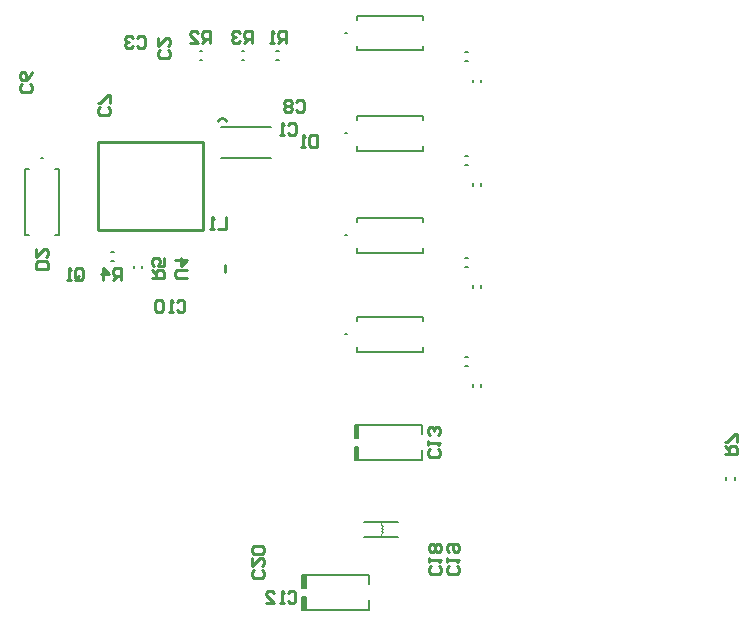
<source format=gbo>
G04*
G04 #@! TF.GenerationSoftware,Altium Limited,Altium Designer,20.1.12 (249)*
G04*
G04 Layer_Color=32896*
%FSLAX25Y25*%
%MOIN*%
G70*
G04*
G04 #@! TF.SameCoordinates,4DEFB819-F1CA-47B0-AC9B-A980181B1EFC*
G04*
G04*
G04 #@! TF.FilePolarity,Positive*
G04*
G01*
G75*
%ADD10C,0.00394*%
%ADD11C,0.00787*%
%ADD12C,0.01000*%
%ADD15C,0.00591*%
%ADD16C,0.00500*%
G36*
X218209Y144002D02*
Y139671D01*
X219390D01*
Y144002D01*
X218209D01*
D02*
G37*
G36*
X218189Y147075D02*
Y151406D01*
X219370D01*
Y147075D01*
X218189D01*
D02*
G37*
G36*
X235709Y194002D02*
Y189671D01*
X236890D01*
Y194002D01*
X235709D01*
D02*
G37*
G36*
X235689Y197075D02*
Y201406D01*
X236870D01*
Y197075D01*
X235689D01*
D02*
G37*
D10*
X244500Y167000D02*
X245000Y167500D01*
X244500Y168000D01*
Y165000D02*
X245000Y165500D01*
X244500Y166000D01*
X245000Y166500D01*
X244500Y167000D01*
Y168000D02*
Y168862D01*
Y164138D02*
Y165000D01*
D11*
X233130Y332000D02*
X232343D01*
X233130D01*
X131894Y290264D02*
X131106D01*
X131894D01*
X233130Y298500D02*
X232343D01*
X233130D01*
Y264500D02*
X232343D01*
X233130D01*
Y231500D02*
X232343D01*
X233130D01*
X275024Y214106D02*
Y214894D01*
X277976Y214106D02*
Y214894D01*
X362476Y183106D02*
Y183894D01*
X359524Y183106D02*
Y183894D01*
X162024Y253606D02*
Y254394D01*
X164976Y253606D02*
Y254394D01*
X154606Y258976D02*
X155394D01*
X154606Y256024D02*
X155394D01*
X184106Y323024D02*
X184894D01*
X184106Y325976D02*
X184894D01*
X209606D02*
X210394D01*
X209606Y323024D02*
X210394D01*
X198106Y325976D02*
X198894D01*
X198106Y323024D02*
X198894D01*
X258130Y198256D02*
Y201406D01*
X236870D02*
X258130D01*
X236870Y197075D02*
Y201406D01*
X235689Y197075D02*
X236870D01*
X235689D02*
Y201406D01*
X236870D01*
X258150Y189671D02*
Y192821D01*
X236890Y189671D02*
X258150D01*
X236890D02*
Y194002D01*
X235709D02*
X236890D01*
X235709Y189671D02*
Y194002D01*
Y189671D02*
X236890D01*
X240630Y148256D02*
Y151406D01*
X219370D02*
X240630D01*
X219370Y147075D02*
Y151406D01*
X218189Y147075D02*
X219370D01*
X218189D02*
Y151406D01*
X219370D01*
X240650Y139671D02*
Y142821D01*
X219390Y139671D02*
X240650D01*
X219390D02*
Y144002D01*
X218209D02*
X219390D01*
X218209Y139671D02*
Y144002D01*
Y139671D02*
X219390D01*
X272606Y290976D02*
X273394D01*
X272606Y288024D02*
X273394D01*
X272606Y325476D02*
X273394D01*
X272606Y322524D02*
X273394D01*
X272606Y256976D02*
X273394D01*
X272606Y254024D02*
X273394D01*
X275024Y247106D02*
Y247894D01*
X277976Y247106D02*
Y247894D01*
X275024Y281106D02*
Y281894D01*
X277976Y281106D02*
Y281894D01*
X275024Y315606D02*
Y316394D01*
X277976Y315606D02*
Y316394D01*
X272606Y223976D02*
X273394D01*
X272606Y221024D02*
X273394D01*
D12*
X192750Y302500D02*
X192384Y303384D01*
X191500Y303750D01*
X190616Y303384D01*
X190250Y302500D01*
X150000Y295700D02*
X185100D01*
X150000Y266400D02*
Y295700D01*
Y266400D02*
X185100D01*
Y295700D01*
X192610Y252874D02*
Y254553D01*
Y252183D02*
Y253862D01*
X179739Y250404D02*
X176407D01*
X175741Y251070D01*
Y252403D01*
X176407Y253070D01*
X179739D01*
X175741Y256402D02*
X179739D01*
X177740Y254403D01*
Y257068D01*
X359001Y191668D02*
X362999D01*
Y193667D01*
X362333Y194334D01*
X361000D01*
X360334Y193667D01*
Y191668D01*
Y193001D02*
X359001Y194334D01*
X362999Y195667D02*
Y198332D01*
X362333D01*
X359667Y195667D01*
X359001D01*
X168001Y250168D02*
X171999D01*
Y252167D01*
X171333Y252834D01*
X170000D01*
X169334Y252167D01*
Y250168D01*
Y251501D02*
X168001Y252834D01*
X171999Y256832D02*
Y254167D01*
X170000D01*
X170667Y255499D01*
Y256166D01*
X170000Y256832D01*
X168667D01*
X168001Y256166D01*
Y254833D01*
X168667Y254167D01*
X157832Y249501D02*
Y253499D01*
X155833D01*
X155166Y252833D01*
Y251500D01*
X155833Y250834D01*
X157832D01*
X156499D02*
X155166Y249501D01*
X151834D02*
Y253499D01*
X153833Y251500D01*
X151168D01*
X201332Y328501D02*
Y332499D01*
X199333D01*
X198667Y331833D01*
Y330500D01*
X199333Y329834D01*
X201332D01*
X199999D02*
X198667Y328501D01*
X197334Y331833D02*
X196667Y332499D01*
X195334D01*
X194668Y331833D01*
Y331166D01*
X195334Y330500D01*
X196001D01*
X195334D01*
X194668Y329834D01*
Y329167D01*
X195334Y328501D01*
X196667D01*
X197334Y329167D01*
X187332Y328501D02*
Y332499D01*
X185333D01*
X184667Y331833D01*
Y330500D01*
X185333Y329834D01*
X187332D01*
X185999D02*
X184667Y328501D01*
X180668D02*
X183334D01*
X180668Y331166D01*
Y331833D01*
X181334Y332499D01*
X182667D01*
X183334Y331833D01*
X212666Y328501D02*
Y332499D01*
X210666D01*
X210000Y331833D01*
Y330500D01*
X210666Y329834D01*
X212666D01*
X211333D02*
X210000Y328501D01*
X208667D02*
X207334D01*
X208001D01*
Y332499D01*
X208667Y331833D01*
X142500Y250167D02*
Y252833D01*
X143166Y253499D01*
X144499D01*
X145166Y252833D01*
Y250167D01*
X144499Y249501D01*
X143166D01*
X143833Y250834D02*
X142500Y249501D01*
X143166D02*
X142500Y250167D01*
X141167Y249501D02*
X139834D01*
X140501D01*
Y253499D01*
X141167Y252833D01*
X192666Y270499D02*
Y266501D01*
X190000D01*
X188667D02*
X187334D01*
X188001D01*
Y270499D01*
X188667Y269833D01*
X133499Y253168D02*
X129501D01*
Y255167D01*
X130167Y255834D01*
X132833D01*
X133499Y255167D01*
Y253168D01*
X129501Y259832D02*
Y257167D01*
X132167Y259832D01*
X132833D01*
X133499Y259166D01*
Y257833D01*
X132833Y257167D01*
X223166Y297999D02*
Y294001D01*
X221166D01*
X220500Y294667D01*
Y297333D01*
X221166Y297999D01*
X223166D01*
X219167Y294001D02*
X217834D01*
X218501D01*
Y297999D01*
X219167Y297333D01*
X204833Y152834D02*
X205499Y152168D01*
Y150835D01*
X204833Y150168D01*
X202167D01*
X201501Y150835D01*
Y152168D01*
X202167Y152834D01*
X201501Y156833D02*
Y154167D01*
X204166Y156833D01*
X204833D01*
X205499Y156166D01*
Y154833D01*
X204833Y154167D01*
Y158166D02*
X205499Y158832D01*
Y160165D01*
X204833Y160832D01*
X202167D01*
X201501Y160165D01*
Y158832D01*
X202167Y158166D01*
X204833D01*
X269833Y154167D02*
X270499Y153501D01*
Y152168D01*
X269833Y151502D01*
X267167D01*
X266501Y152168D01*
Y153501D01*
X267167Y154167D01*
X266501Y155500D02*
Y156833D01*
Y156167D01*
X270499D01*
X269833Y155500D01*
X267167Y158833D02*
X266501Y159499D01*
Y160832D01*
X267167Y161498D01*
X269833D01*
X270499Y160832D01*
Y159499D01*
X269833Y158833D01*
X269166D01*
X268500Y159499D01*
Y161498D01*
X263833Y154167D02*
X264499Y153501D01*
Y152168D01*
X263833Y151502D01*
X261167D01*
X260501Y152168D01*
Y153501D01*
X261167Y154167D01*
X260501Y155500D02*
Y156833D01*
Y156167D01*
X264499D01*
X263833Y155500D01*
Y158833D02*
X264499Y159499D01*
Y160832D01*
X263833Y161498D01*
X263166D01*
X262500Y160832D01*
X261834Y161498D01*
X261167D01*
X260501Y160832D01*
Y159499D01*
X261167Y158833D01*
X261834D01*
X262500Y159499D01*
X263166Y158833D01*
X263833D01*
X262500Y159499D02*
Y160832D01*
X263585Y193167D02*
X264251Y192501D01*
Y191168D01*
X263585Y190502D01*
X260919D01*
X260253Y191168D01*
Y192501D01*
X260919Y193167D01*
X260253Y194500D02*
Y195833D01*
Y195167D01*
X264251D01*
X263585Y194500D01*
Y197833D02*
X264251Y198499D01*
Y199832D01*
X263585Y200498D01*
X262918D01*
X262252Y199832D01*
Y199165D01*
Y199832D01*
X261585Y200498D01*
X260919D01*
X260253Y199832D01*
Y198499D01*
X260919Y197833D01*
X213333Y145333D02*
X213999Y145999D01*
X215332D01*
X215998Y145333D01*
Y142667D01*
X215332Y142001D01*
X213999D01*
X213333Y142667D01*
X212000Y142001D02*
X210667D01*
X211333D01*
Y145999D01*
X212000Y145333D01*
X206002Y142001D02*
X208667D01*
X206002Y144667D01*
Y145333D01*
X206668Y145999D01*
X208001D01*
X208667Y145333D01*
X176333Y242333D02*
X176999Y242999D01*
X178332D01*
X178998Y242333D01*
Y239667D01*
X178332Y239001D01*
X176999D01*
X176333Y239667D01*
X175000Y239001D02*
X173667D01*
X174333D01*
Y242999D01*
X175000Y242333D01*
X171667D02*
X171001Y242999D01*
X169668D01*
X169002Y242333D01*
Y239667D01*
X169668Y239001D01*
X171001D01*
X171667Y239667D01*
Y242333D01*
X216166Y308833D02*
X216833Y309499D01*
X218166D01*
X218832Y308833D01*
Y306167D01*
X218166Y305501D01*
X216833D01*
X216166Y306167D01*
X214833Y308833D02*
X214167Y309499D01*
X212834D01*
X212168Y308833D01*
Y308166D01*
X212834Y307500D01*
X212168Y306834D01*
Y306167D01*
X212834Y305501D01*
X214167D01*
X214833Y306167D01*
Y306834D01*
X214167Y307500D01*
X214833Y308166D01*
Y308833D01*
X214167Y307500D02*
X212834D01*
X153333Y307334D02*
X153999Y306667D01*
Y305334D01*
X153333Y304668D01*
X150667D01*
X150001Y305334D01*
Y306667D01*
X150667Y307334D01*
X153999Y308666D02*
Y311332D01*
X153333D01*
X150667Y308666D01*
X150001D01*
X127333Y314834D02*
X127999Y314167D01*
Y312834D01*
X127333Y312168D01*
X124667D01*
X124001Y312834D01*
Y314167D01*
X124667Y314834D01*
X127999Y318832D02*
X127333Y317499D01*
X126000Y316166D01*
X124667D01*
X124001Y316833D01*
Y318166D01*
X124667Y318832D01*
X125333D01*
X126000Y318166D01*
Y316166D01*
X163166Y330333D02*
X163833Y330999D01*
X165166D01*
X165832Y330333D01*
Y327667D01*
X165166Y327001D01*
X163833D01*
X163166Y327667D01*
X161834Y330333D02*
X161167Y330999D01*
X159834D01*
X159168Y330333D01*
Y329666D01*
X159834Y329000D01*
X160501D01*
X159834D01*
X159168Y328334D01*
Y327667D01*
X159834Y327001D01*
X161167D01*
X161834Y327667D01*
X173333Y326334D02*
X173999Y325667D01*
Y324334D01*
X173333Y323668D01*
X170667D01*
X170001Y324334D01*
Y325667D01*
X170667Y326334D01*
X170001Y330332D02*
Y327666D01*
X172667Y330332D01*
X173333D01*
X173999Y329666D01*
Y328333D01*
X173333Y327666D01*
X213500Y301333D02*
X214166Y301999D01*
X215499D01*
X216166Y301333D01*
Y298667D01*
X215499Y298001D01*
X214166D01*
X213500Y298667D01*
X212167Y298001D02*
X210834D01*
X211501D01*
Y301999D01*
X212167Y301333D01*
D15*
X238988Y168862D02*
X250012D01*
X238988Y164138D02*
X250012D01*
D16*
X236496Y336311D02*
Y337748D01*
X258504D01*
Y336311D02*
Y337748D01*
Y326252D02*
Y327689D01*
X236496Y326252D02*
X258504D01*
X236496D02*
Y327689D01*
X191134Y290303D02*
X207866D01*
X191134Y300697D02*
X207866D01*
X135811Y286504D02*
X137248D01*
Y264496D02*
Y286504D01*
X135811Y264496D02*
X137248D01*
X125752D02*
X127189D01*
X125752D02*
Y286504D01*
X127189D01*
X236496Y302811D02*
Y304248D01*
X258504D01*
Y302811D02*
Y304248D01*
Y292752D02*
Y294189D01*
X236496Y292752D02*
X258504D01*
X236496D02*
Y294189D01*
Y268811D02*
Y270248D01*
X258504D01*
Y268811D02*
Y270248D01*
Y258752D02*
Y260189D01*
X236496Y258752D02*
X258504D01*
X236496D02*
Y260189D01*
Y235811D02*
Y237248D01*
X258504D01*
Y235811D02*
Y237248D01*
Y225752D02*
Y227189D01*
X236496Y225752D02*
X258504D01*
X236496D02*
Y227189D01*
M02*

</source>
